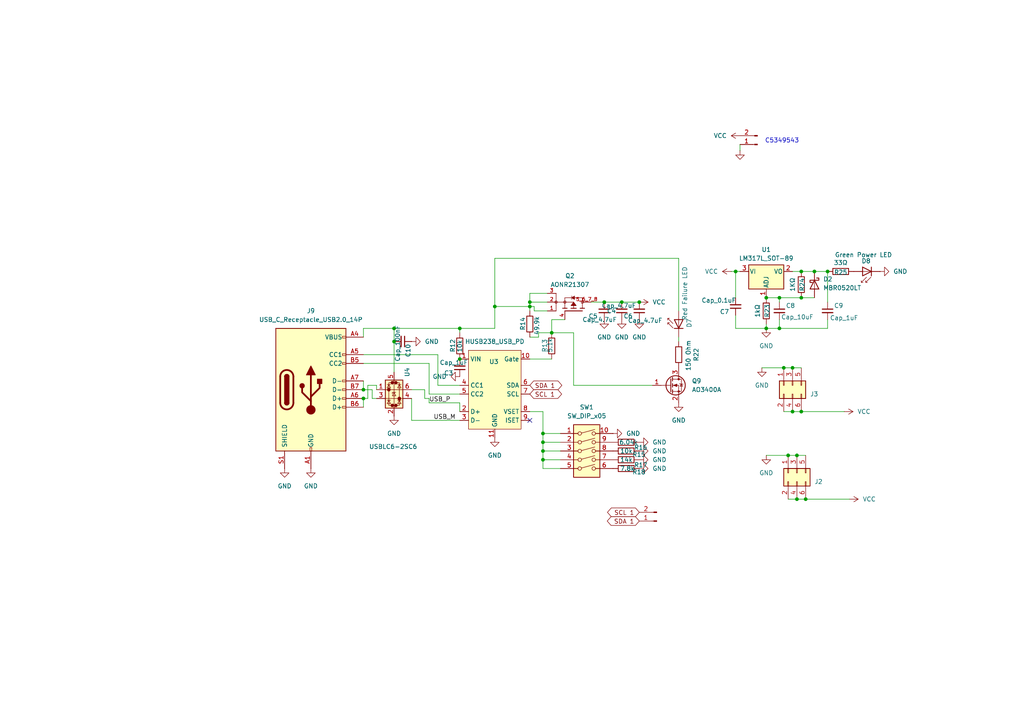
<source format=kicad_sch>
(kicad_sch (version 20250114) (generator "eeschema") (generator_version "9.0")
  (paper "A4")
  (lib_symbols
    (symbol "Connector:Conn_01x02_Pin" (pin_names (offset 1.016) (hide yes))
      (property "Reference" "J" (at 0 2.54 0))
      (property "Value" "Conn_01x02_Pin" (at 0 -5.08 0))
      (symbol "Conn_01x02_Pin_1_1"
        (rectangle (start 0.8636 0.127) (end 0 -0.127) (stroke (width 0.1524)) (fill (type outline)))
        (rectangle (start 0.8636 -2.413) (end 0 -2.667) (stroke (width 0.1524)) (fill (type outline)))
        (polyline (pts (xy 1.27 0) (xy 0.8636 0)) (stroke (width 0.1524)))
        (polyline (pts (xy 1.27 -2.54) (xy 0.8636 -2.54)) (stroke (width 0.1524)))
        (pin passive line (at 5.08 0 180) (length 3.81) (name "Pin_1") (number "1"))
        (pin passive line (at 5.08 -2.54 180) (length 3.81) (name "Pin_2") (number "2"))
      )
    )
    (symbol "Connector:USB_C_Receptacle_USB2.0_14P" (pin_names (offset 1.016))
      (property "Reference" "J" (at 0 22.225 0))
      (property "Value" "USB_C_Receptacle_USB2.0_14P" (at 0 19.685 0))
      (symbol "USB_C_Receptacle_USB2.0_14P_0_0"
        (rectangle (start -0.254 -17.78) (end 0.254 -16.764))
        (rectangle (start 10.16 15.494) (end 9.144 14.986))
        (rectangle (start 10.16 10.414) (end 9.144 9.906))
        (rectangle (start 10.16 7.874) (end 9.144 7.366))
        (rectangle (start 10.16 2.794) (end 9.144 2.286))
        (rectangle (start 10.16 0.254) (end 9.144 -0.254))
        (rectangle (start 10.16 -2.286) (end 9.144 -2.794))
        (rectangle (start 10.16 -4.826) (end 9.144 -5.334))
      )
      (symbol "USB_C_Receptacle_USB2.0_14P_0_1"
        (rectangle (start -10.16 17.78) (end 10.16 -17.78) (stroke (width 0.254)) (fill (type background)))
        (polyline (pts (xy -8.89 -3.81) (xy -8.89 3.81)) (stroke (width 0.508)))
        (rectangle (start -7.62 -3.81) (end -6.35 3.81) (stroke (width 0.254)) (fill (type outline)))
        (arc (start -7.62 3.81) (mid -6.985 4.4423) (end -6.35 3.81) (stroke (width 0.254)))
        (arc (start -7.62 3.81) (mid -6.985 4.4423) (end -6.35 3.81) (stroke (width 0.254)) (fill (type outline)))
        (arc (start -8.89 3.81) (mid -6.985 5.7067) (end -5.08 3.81) (stroke (width 0.508)))
        (arc (start -5.08 -3.81) (mid -6.985 -5.7067) (end -8.89 -3.81) (stroke (width 0.508)))
        (arc (start -6.35 -3.81) (mid -6.985 -4.4423) (end -7.62 -3.81) (stroke (width 0.254)))
        (arc (start -6.35 -3.81) (mid -6.985 -4.4423) (end -7.62 -3.81) (stroke (width 0.254)) (fill (type outline)))
        (polyline (pts (xy -5.08 3.81) (xy -5.08 -3.81)) (stroke (width 0.508)))
        (circle (center -2.54 1.143) (radius 0.635) (stroke (width 0.254)) (fill (type outline)))
        (polyline (pts (xy -1.27 4.318) (xy 0 6.858) (xy 1.27 4.318) (xy -1.27 4.318)) (stroke (width 0.254)) (fill (type outline)))
        (polyline (pts (xy 0 -2.032) (xy 2.54 0.508) (xy 2.54 1.778)) (stroke (width 0.508)))
        (polyline (pts (xy 0 -3.302) (xy -2.54 -0.762) (xy -2.54 0.508)) (stroke (width 0.508)))
        (polyline (pts (xy 0 -5.842) (xy 0 4.318)) (stroke (width 0.508)))
        (circle (center 0 -5.842) (radius 1.27) (fill (type outline)))
        (rectangle (start 1.905 1.778) (end 3.175 3.048) (stroke (width 0.254)) (fill (type outline)))
      )
      (symbol "USB_C_Receptacle_USB2.0_14P_1_1"
        (pin passive line (at -7.62 -22.86 90) (length 5.08) (name "SHIELD") (number "S1"))
        (pin passive line (at 0 -22.86 90) (length 5.08) (name "GND") (number "A1"))
        (pin passive line (at 0 -22.86 90) (length 5.08) (hide yes) (name "GND") (number "A12"))
        (pin passive line (at 0 -22.86 90) (length 5.08) (hide yes) (name "GND") (number "B1"))
        (pin passive line (at 0 -22.86 90) (length 5.08) (hide yes) (name "GND") (number "B12"))
        (pin passive line (at 15.24 15.24 180) (length 5.08) (name "VBUS") (number "A4"))
        (pin passive line (at 15.24 15.24 180) (length 5.08) (hide yes) (name "VBUS") (number "A9"))
        (pin passive line (at 15.24 15.24 180) (length 5.08) (hide yes) (name "VBUS") (number "B4"))
        (pin passive line (at 15.24 15.24 180) (length 5.08) (hide yes) (name "VBUS") (number "B9"))
        (pin bidirectional line (at 15.24 10.16 180) (length 5.08) (name "CC1") (number "A5"))
        (pin bidirectional line (at 15.24 7.62 180) (length 5.08) (name "CC2") (number "B5"))
        (pin bidirectional line (at 15.24 2.54 180) (length 5.08) (name "D-") (number "A7"))
        (pin bidirectional line (at 15.24 0 180) (length 5.08) (name "D-") (number "B7"))
        (pin bidirectional line (at 15.24 -2.54 180) (length 5.08) (name "D+") (number "A6"))
        (pin bidirectional line (at 15.24 -5.08 180) (length 5.08) (name "D+") (number "B6"))
      )
    )
    (symbol "Connector_Generic:Conn_02x03_Odd_Even" (pin_names (offset 1.016) (hide yes))
      (property "Reference" "J" (at 1.27 5.08 0))
      (property "Value" "Conn_02x03_Odd_Even" (at 1.27 -5.08 0))
      (symbol "Conn_02x03_Odd_Even_1_1"
        (rectangle (start -1.27 3.81) (end 3.81 -3.81) (stroke (width 0.254)) (fill (type background)))
        (rectangle (start -1.27 2.667) (end 0 2.413) (stroke (width 0.1524)))
        (rectangle (start -1.27 0.127) (end 0 -0.127) (stroke (width 0.1524)))
        (rectangle (start -1.27 -2.413) (end 0 -2.667) (stroke (width 0.1524)))
        (rectangle (start 3.81 2.667) (end 2.54 2.413) (stroke (width 0.1524)))
        (rectangle (start 3.81 0.127) (end 2.54 -0.127) (stroke (width 0.1524)))
        (rectangle (start 3.81 -2.413) (end 2.54 -2.667) (stroke (width 0.1524)))
        (pin passive line (at -5.08 2.54 0) (length 3.81) (name "Pin_1") (number "1"))
        (pin passive line (at -5.08 0 0) (length 3.81) (name "Pin_3") (number "3"))
        (pin passive line (at -5.08 -2.54 0) (length 3.81) (name "Pin_5") (number "5"))
        (pin passive line (at 7.62 2.54 180) (length 3.81) (name "Pin_2") (number "2"))
        (pin passive line (at 7.62 0 180) (length 3.81) (name "Pin_4") (number "4"))
        (pin passive line (at 7.62 -2.54 180) (length 3.81) (name "Pin_6") (number "6"))
      )
    )
    (symbol "Custom_Parts:LED" (pin_numbers (hide yes)) (pin_names (offset 1.016) (hide yes))
      (property "Reference" "D" (at 0.508 1.778 0))
      (property "Value" "LED" (at -1.016 -2.794 0))
      (symbol "LED_0_1"
        (polyline (pts (xy -2.54 1.27) (xy -2.54 -1.27)) (stroke (width 0.254)))
        (polyline (pts (xy -2.413 1.651) (xy -0.889 3.175) (xy -0.889 2.667) (xy -0.889 3.175) (xy -1.397 3.175)))
        (polyline (pts (xy -1.143 1.651) (xy 0.381 3.175) (xy 0.381 2.667)))
        (polyline (pts (xy 0 0) (xy -2.54 0)))
        (polyline (pts (xy 0 -1.27) (xy -2.54 0) (xy 0 1.27) (xy 0 -1.27)) (stroke (width 0.254)))
        (polyline (pts (xy 0.381 3.175) (xy -0.127 3.175)))
      )
      (symbol "LED_1_1"
        (pin passive line (at -5.08 0 0) (length 2.54) (name "K") (number "1"))
        (pin passive line (at 2.54 0 180) (length 2.54) (name "A") (number "2"))
      )
    )
    (symbol "Device:C_Small" (pin_numbers (hide yes)) (pin_names (offset 0.254) (hide yes))
      (property "Reference" "C" (at 0.254 1.778 0))
      (property "Value" "C_Small" (at 0.254 -2.032 0))
      (symbol "C_Small_0_1"
        (polyline (pts (xy -1.524 0.508) (xy 1.524 0.508)) (stroke (width 0.3048)))
        (polyline (pts (xy -1.524 -0.508) (xy 1.524 -0.508)) (stroke (width 0.3302)))
      )
      (symbol "C_Small_1_1"
        (pin passive line (at 0 2.54 270) (length 2.032) (name "~") (number "1"))
        (pin passive line (at 0 -2.54 90) (length 2.032) (name "~") (number "2"))
      )
    )
    (symbol "Diode:MBR0520LT" (pin_numbers (hide yes)) (pin_names (offset 1.016) (hide yes))
      (property "Reference" "D" (at 0 2.54 0))
      (property "Value" "MBR0520LT" (at 0 -2.54 0))
      (symbol "MBR0520LT_0_1"
        (polyline (pts (xy -1.905 0.635) (xy -1.905 1.27) (xy -1.27 1.27) (xy -1.27 -1.27) (xy -0.635 -1.27) (xy -0.635 -0.635)) (stroke (width 0.254)))
        (polyline (pts (xy 1.27 1.27) (xy 1.27 -1.27) (xy -1.27 0) (xy 1.27 1.27)) (stroke (width 0.254)))
        (polyline (pts (xy 1.27 0) (xy -1.27 0)))
      )
      (symbol "MBR0520LT_1_1"
        (pin passive line (at -3.81 0 0) (length 2.54) (name "K") (number "1"))
        (pin passive line (at 3.81 0 180) (length 2.54) (name "A") (number "2"))
      )
    )
    (symbol "New_Library:HUSB238"
      (property "Reference" "U" (at 2.032 5.334 0))
      (property "Value" "HUSB238_USB_PD" (at 0.254 12.954 0))
      (symbol "HUSB238_1_1"
        (rectangle (start -7.62 11.43) (end 7.62 -11.43) (fill (type background)))
        (pin power_in line (at -10.16 8.89 0) (length 2.54) (name "VIN") (number "1"))
        (pin input line (at -10.16 1.27 0) (length 2.54) (name "CC1") (number "4"))
        (pin input line (at -10.16 -1.27 0) (length 2.54) (name "CC2") (number "5"))
        (pin input line (at -10.16 -6.35 0) (length 2.54) (name "D+") (number "2"))
        (pin input line (at -10.16 -8.89 0) (length 2.54) (name "D-") (number "3"))
        (pin power_in line (at 0 -13.97 90) (length 2.54) (name "GND") (number "11"))
        (pin output line (at 10.16 8.89 180) (length 2.54) (name "Gate") (number "10"))
        (pin input line (at 10.16 1.27 180) (length 2.54) (name "SDA") (number "6"))
        (pin bidirectional line (at 10.16 -1.27 180) (length 2.54) (name "SCL") (number "7"))
        (pin input line (at 10.16 -6.35 180) (length 2.54) (name "VSET") (number "8"))
        (pin input line (at 10.16 -8.89 180) (length 2.54) (name "ISET") (number "9"))
      )
    )
    (symbol "PCM_SL_Resistors:1k"
      (property "Reference" "R" (at 0 5.08 0))
      (property "Value" "1k" (at 0 2.54 0))
      (symbol "1k_0_1"
        (rectangle (start -2.286 0.889) (end 2.286 -0.889) (stroke (width 0.24)))
      )
      (symbol "1k_1_1"
        (pin passive line (at -3.81 0 0) (length 1.5) (name "") (number "1"))
        (pin passive line (at 3.81 0 180) (length 1.5) (name "~") (number "2"))
      )
    )
    (symbol "PCM_SL_Resistors:4.7k"
      (property "Reference" "R" (at 0 5.08 0))
      (property "Value" "4.7k" (at 0 2.54 0))
      (symbol "4.7k_0_1"
        (rectangle (start -2.286 0.889) (end 2.286 -0.889) (stroke (width 0.24)))
      )
      (symbol "4.7k_1_1"
        (pin passive line (at -3.81 0 0) (length 1.5) (name "") (number "1"))
        (pin passive line (at 3.81 0 180) (length 1.5) (name "~") (number "2"))
      )
    )
    (symbol "Power_Protection:USBLC6-2SC6" (pin_names (hide yes))
      (property "Reference" "U" (at 0.635 5.715 0))
      (property "Value" "USBLC6-2SC6" (at 0.635 3.81 0))
      (symbol "USBLC6-2SC6_0_0"
        (circle (center -1.524 0) (radius 0.0001) (stroke (width 0.508)))
        (circle (center -0.508 2.032) (radius 0.0001) (stroke (width 0.508)))
        (circle (center -0.508 -4.572) (radius 0.0001) (stroke (width 0.508)))
        (circle (center 0.508 2.032) (radius 0.0001) (stroke (width 0.508)))
        (circle (center 0.508 -4.572) (radius 0.0001) (stroke (width 0.508)))
        (circle (center 1.524 -2.54) (radius 0.0001) (stroke (width 0.508)))
      )
      (symbol "USBLC6-2SC6_0_1"
        (polyline (pts (xy -2.54 0) (xy 2.54 0)))
        (polyline (pts (xy -2.54 -2.54) (xy 2.54 -2.54)))
        (polyline (pts (xy -2.032 0.508) (xy -1.016 0.508) (xy -1.524 1.524) (xy -2.032 0.508)))
        (polyline (pts (xy -2.032 -3.048) (xy -1.016 -3.048)))
        (polyline (pts (xy -1.016 1.524) (xy -2.032 1.524)))
        (polyline (pts (xy -1.016 -4.064) (xy -2.032 -4.064) (xy -1.524 -3.048) (xy -1.016 -4.064)))
        (polyline (pts (xy -0.508 -1.143) (xy -0.508 -0.762) (xy 0.508 -0.762)))
        (polyline (pts (xy 0 2.54) (xy -0.508 2.032) (xy 0.508 2.032) (xy 0 1.524) (xy 0 -4.064) (xy -0.508 -4.572) (xy 0.508 -4.572) (xy 0 -5.08)))
        (polyline (pts (xy 0.508 -1.778) (xy -0.508 -1.778) (xy 0 -0.762) (xy 0.508 -1.778)))
        (polyline (pts (xy 1.016 1.524) (xy 2.032 1.524)))
        (polyline (pts (xy 1.016 -3.048) (xy 2.032 -3.048)))
        (polyline (pts (xy 2.032 0.508) (xy 1.016 0.508) (xy 1.524 1.524) (xy 2.032 0.508)))
        (polyline (pts (xy 2.032 -4.064) (xy 1.016 -4.064) (xy 1.524 -3.048) (xy 2.032 -4.064)))
      )
      (symbol "USBLC6-2SC6_1_1"
        (rectangle (start -2.54 2.794) (end 2.54 -5.334) (stroke (width 0.254)) (fill (type background)))
        (polyline (pts (xy -0.508 2.032) (xy -1.524 2.032) (xy -1.524 -4.572) (xy -0.508 -4.572)))
        (polyline (pts (xy 0.508 -4.572) (xy 1.524 -4.572) (xy 1.524 2.032) (xy 0.508 2.032)))
        (pin passive line (at -5.08 0 0) (length 2.54) (name "I/O1") (number "1"))
        (pin passive line (at -5.08 -2.54 0) (length 2.54) (name "I/O2") (number "3"))
        (pin passive line (at 0 5.08 270) (length 2.54) (name "VBUS") (number "5"))
        (pin passive line (at 0 -7.62 90) (length 2.54) (name "GND") (number "2"))
        (pin passive line (at 5.08 0 180) (length 2.54) (name "I/O1") (number "6"))
        (pin passive line (at 5.08 -2.54 180) (length 2.54) (name "I/O2") (number "4"))
      )
    )
    (symbol "Regulator_Linear:LM317L_SOT-89" (pin_names (offset 0.254))
      (property "Reference" "U" (at -3.81 3.175 0))
      (property "Value" "LM317L_SOT-89" (at 0 3.175 0))
      (symbol "LM317L_SOT-89_0_1"
        (rectangle (start -5.08 1.905) (end 5.08 -5.08) (stroke (width 0.254)) (fill (type background)))
      )
      (symbol "LM317L_SOT-89_1_1"
        (pin power_in line (at -7.62 0 0) (length 2.54) (name "VI") (number "3"))
        (pin input line (at 0 -7.62 90) (length 2.54) (name "ADJ") (number "1"))
        (pin power_out line (at 7.62 0 180) (length 2.54) (name "VO") (number "2"))
      )
    )
    (symbol "Switch:SW_DIP_x05" (pin_names (offset 0) (hide yes))
      (property "Reference" "SW" (at 0 8.89 0))
      (property "Value" "SW_DIP_x05" (at 0 -8.89 0))
      (symbol "SW_DIP_x05_0_0"
        (circle (center -2.032 5.08) (radius 0.508))
        (circle (center -2.032 2.54) (radius 0.508))
        (circle (center -2.032 0) (radius 0.508))
        (circle (center -2.032 -2.54) (radius 0.508))
        (circle (center -2.032 -5.08) (radius 0.508))
        (polyline (pts (xy -1.524 5.207) (xy 2.3622 6.2484)))
        (polyline (pts (xy -1.524 2.667) (xy 2.3622 3.7084)))
        (polyline (pts (xy -1.524 0.127) (xy 2.3622 1.1684)))
        (polyline (pts (xy -1.524 -2.3876) (xy 2.3622 -1.3462)))
        (polyline (pts (xy -1.524 -4.9276) (xy 2.3622 -3.8862)))
        (circle (center 2.032 5.08) (radius 0.508))
        (circle (center 2.032 2.54) (radius 0.508))
        (circle (center 2.032 0) (radius 0.508))
        (circle (center 2.032 -2.54) (radius 0.508))
        (circle (center 2.032 -5.08) (radius 0.508))
      )
      (symbol "SW_DIP_x05_0_1"
        (rectangle (start -3.81 7.62) (end 3.81 -7.62) (stroke (width 0.254)) (fill (type background)))
      )
      (symbol "SW_DIP_x05_1_1"
        (pin passive line (at -7.62 5.08 0) (length 5.08) (name "~") (number "1"))
        (pin passive line (at -7.62 2.54 0) (length 5.08) (name "~") (number "2"))
        (pin passive line (at -7.62 0 0) (length 5.08) (name "~") (number "3"))
        (pin passive line (at -7.62 -2.54 0) (length 5.08) (name "~") (number "4"))
        (pin passive line (at -7.62 -5.08 0) (length 5.08) (name "~") (number "5"))
        (pin passive line (at 7.62 5.08 180) (length 5.08) (name "~") (number "10"))
        (pin passive line (at 7.62 2.54 180) (length 5.08) (name "~") (number "9"))
        (pin passive line (at 7.62 0 180) (length 5.08) (name "~") (number "8"))
        (pin passive line (at 7.62 -2.54 180) (length 5.08) (name "~") (number "7"))
        (pin passive line (at 7.62 -5.08 180) (length 5.08) (name "~") (number "6"))
      )
    )
    (symbol "Transistor_FET:AO3400A" (pin_names (hide yes))
      (property "Reference" "Q" (at 5.08 1.905 0))
      (property "Value" "AO3400A" (at 5.08 0 0))
      (symbol "AO3400A_0_1"
        (polyline (pts (xy 0.254 1.905) (xy 0.254 -1.905)) (stroke (width 0.254)))
        (polyline (pts (xy 0.254 0) (xy -2.54 0)))
        (polyline (pts (xy 0.762 2.286) (xy 0.762 1.27)) (stroke (width 0.254)))
        (polyline (pts (xy 0.762 0.508) (xy 0.762 -0.508)) (stroke (width 0.254)))
        (polyline (pts (xy 0.762 -1.27) (xy 0.762 -2.286)) (stroke (width 0.254)))
        (polyline (pts (xy 0.762 -1.778) (xy 3.302 -1.778) (xy 3.302 1.778) (xy 0.762 1.778)))
        (polyline (pts (xy 1.016 0) (xy 2.032 0.381) (xy 2.032 -0.381) (xy 1.016 0)) (fill (type outline)))
        (circle (center 1.651 0) (radius 2.794) (stroke (width 0.254)))
        (polyline (pts (xy 2.54 2.54) (xy 2.54 1.778)))
        (circle (center 2.54 1.778) (radius 0.254) (fill (type outline)))
        (circle (center 2.54 -1.778) (radius 0.254) (fill (type outline)))
        (polyline (pts (xy 2.54 -2.54) (xy 2.54 0) (xy 0.762 0)))
        (polyline (pts (xy 2.794 0.508) (xy 2.921 0.381) (xy 3.683 0.381) (xy 3.81 0.254)))
        (polyline (pts (xy 3.302 0.381) (xy 2.921 -0.254) (xy 3.683 -0.254) (xy 3.302 0.381)))
      )
      (symbol "AO3400A_1_1"
        (pin input line (at -5.08 0 0) (length 2.54) (name "G") (number "1"))
        (pin passive line (at 2.54 5.08 270) (length 2.54) (name "D") (number "3"))
        (pin passive line (at 2.54 -5.08 90) (length 2.54) (name "S") (number "2"))
      )
    )
    (symbol "mosfet:AONR21307" (pin_names (offset 1.016))
      (property "Reference" "Q" (at 5.08 0.381 0))
      (property "Value" "AONR21307" (at 5.08 -2.159 0))
      (symbol "AONR21307_0_0"
        (polyline (pts (xy 0 5.08) (xy 2.54 5.08)) (stroke (width 0.1524)))
        (polyline (pts (xy 0 -2.54) (xy 0 2.54)) (stroke (width 0.254)))
        (polyline (pts (xy 0.762 2.54) (xy 0.762 3.175)) (stroke (width 0.254)))
        (polyline (pts (xy 0.762 1.905) (xy 0.762 2.54)) (stroke (width 0.254)))
        (polyline (pts (xy 0.762 0) (xy 0.762 0.762)) (stroke (width 0.254)))
        (polyline (pts (xy 0.762 0) (xy 2.54 0)) (stroke (width 0.1524)))
        (polyline (pts (xy 0.762 -0.762) (xy 0.762 0)) (stroke (width 0.254)))
        (polyline (pts (xy 0.762 -2.54) (xy 0.762 -1.905)) (stroke (width 0.254)))
        (polyline (pts (xy 0.762 -2.54) (xy 3.81 -2.54)) (stroke (width 0.1524)))
        (polyline (pts (xy 0.762 -3.175) (xy 0.762 -2.54)) (stroke (width 0.254)))
        (polyline (pts (xy 2.54 5.08) (xy 2.54 2.54)) (stroke (width 0.1524)))
        (polyline (pts (xy 2.54 5.08) (xy 5.08 5.08)) (stroke (width 0.1524)))
        (circle (center 2.54 5.08) (radius 0.3592))
        (polyline (pts (xy 2.54 2.54) (xy 0.762 2.54)) (stroke (width 0.1524)))
        (polyline (pts (xy 2.54 2.54) (xy 3.81 2.54)) (stroke (width 0.1524)))
        (circle (center 2.54 2.54) (radius 0.3592))
        (polyline (pts (xy 2.54 0) (xy 2.54 2.54)) (stroke (width 0.1524)))
        (polyline (pts (xy 2.54 0) (xy 1.524 0.762) (xy 1.524 -0.762) (xy 2.54 0)) (stroke (width 0.1524)) (fill (type outline)))
        (circle (center 2.54 -2.54) (radius 0.3592))
        (polyline (pts (xy 3.302 0.508) (xy 3.81 0.508)) (stroke (width 0.1524)))
        (polyline (pts (xy 3.81 0.508) (xy 3.81 2.54)) (stroke (width 0.1524)))
        (polyline (pts (xy 3.81 0.508) (xy 4.318 0.508)) (stroke (width 0.1524)))
        (polyline (pts (xy 3.81 0.508) (xy 4.318 -0.254) (xy 3.302 -0.254) (xy 3.81 0.508)) (stroke (width 0.1524)) (fill (type outline)))
        (polyline (pts (xy 3.81 -2.54) (xy 3.81 0.508)) (stroke (width 0.1524)))
        (pin passive line (at -2.54 2.54 0) (length 2.54) (name "~") (number "4"))
        (pin passive line (at 0 7.62 270) (length 2.54) (name "~") (number "1"))
        (pin passive line (at 2.54 7.62 270) (length 2.54) (name "~") (number "2"))
        (pin passive line (at 2.54 -5.08 90) (length 2.54) (name "~") (number "5_6_7_8"))
        (pin passive line (at 5.08 7.62 270) (length 2.54) (name "~") (number "3"))
      )
    )
    (symbol "power:GND" (power) (pin_numbers (hide yes)) (pin_names (offset 0) (hide yes))
      (property "Value" "GND" (at 0 -3.81 0))
      (symbol "GND_0_1"
        (polyline (pts (xy 0 0) (xy 0 -1.27) (xy 1.27 -1.27) (xy 0 -2.54) (xy -1.27 -1.27) (xy 0 -1.27)))
      )
      (symbol "GND_1_1"
        (pin power_in line (at 0 0 270) (length 0) (name "~") (number "1"))
      )
    )
    (symbol "power:VCC" (power) (pin_numbers (hide yes)) (pin_names (offset 0) (hide yes))
      (property "Value" "VCC" (at 0 3.556 0))
      (symbol "VCC_0_1"
        (polyline (pts (xy -0.762 1.27) (xy 0 2.54)))
        (polyline (pts (xy 0 2.54) (xy 0.762 1.27)))
        (polyline (pts (xy 0 0) (xy 0 2.54)))
      )
      (symbol "VCC_1_1"
        (pin power_in line (at 0 0 90) (length 0) (name "~") (number "1"))
      )
    )
  )
  (text "C5349543\n" (at 226.822 40.894 0) (effects (font (size 1.27 1.27))))
  (junction (at 232.41 119.38))
  (junction (at 228.6 132.08))
  (junction (at 222.25 86.36))
  (junction (at 229.87 119.38))
  (junction (at 133.35 95.25))
  (junction (at 226.06 95.25))
  (junction (at 133.35 104.14))
  (junction (at 160.02 96.52))
  (junction (at 185.42 87.63))
  (junction (at 105.41 115.57))
  (junction (at 143.51 88.9))
  (junction (at 157.48 133.35))
  (junction (at 231.14 144.78))
  (junction (at 105.41 113.03))
  (junction (at 153.67 87.63))
  (junction (at 232.41 86.36))
  (junction (at 236.22 78.74))
  (junction (at 114.3 99.06))
  (junction (at 157.48 125.73))
  (junction (at 240.03 78.74))
  (junction (at 231.14 132.08))
  (junction (at 153.67 88.9))
  (junction (at 213.36 78.74))
  (junction (at 180.34 87.63))
  (junction (at 157.48 130.81))
  (junction (at 114.3 95.25))
  (junction (at 232.41 78.74))
  (junction (at 222.25 95.25))
  (junction (at 226.06 86.36))
  (junction (at 229.87 106.68))
  (junction (at 175.26 87.63))
  (junction (at 227.33 106.68))
  (junction (at 233.68 144.78))
  (junction (at 157.48 128.27))
  (no_connect (at 153.67 121.92))
  (wire (pts (xy 105.41 115.57) (xy 106.68 115.57)))
  (wire (pts (xy 119.38 121.92) (xy 133.35 121.92)))
  (wire (pts (xy 240.03 78.74) (xy 240.03 87.63)))
  (wire (pts (xy 106.68 111.76) (xy 109.22 111.76)))
  (wire (pts (xy 214.63 43.688) (xy 214.63 41.91)))
  (wire (pts (xy 157.48 130.81) (xy 162.56 130.81)))
  (wire (pts (xy 114.3 99.06) (xy 114.3 107.95)))
  (wire (pts (xy 156.21 97.79) (xy 156.21 96.52)))
  (wire (pts (xy 157.48 128.27) (xy 162.56 128.27)))
  (wire (pts (xy 109.22 111.76) (xy 109.22 113.03)))
  (wire (pts (xy 227.33 106.68) (xy 229.87 106.68)))
  (wire (pts (xy 153.67 87.63) (xy 158.75 87.63)))
  (wire (pts (xy 133.35 116.84) (xy 133.35 119.38)))
  (wire (pts (xy 227.33 119.38) (xy 229.87 119.38)))
  (wire (pts (xy 160.02 92.71) (xy 160.02 96.52)))
  (wire (pts (xy 231.14 144.78) (xy 233.68 144.78)))
  (wire (pts (xy 226.06 87.63) (xy 226.06 86.36)))
  (wire (pts (xy 133.35 96.52) (xy 133.35 95.25)))
  (wire (pts (xy 124.46 114.3) (xy 133.35 114.3)))
  (wire (pts (xy 105.41 110.49) (xy 105.41 113.03)))
  (wire (pts (xy 157.48 119.38) (xy 157.48 125.73)))
  (wire (pts (xy 163.83 92.71) (xy 160.02 92.71)))
  (wire (pts (xy 154.94 90.17) (xy 158.75 90.17)))
  (wire (pts (xy 157.48 128.27) (xy 157.48 130.81)))
  (wire (pts (xy 106.68 115.57) (xy 106.68 111.76)))
  (wire (pts (xy 119.38 113.03) (xy 123.19 113.03)))
  (wire (pts (xy 154.94 88.9) (xy 153.67 88.9)))
  (wire (pts (xy 166.37 111.76) (xy 189.23 111.76)))
  (wire (pts (xy 123.19 115.57) (xy 124.46 115.57)))
  (wire (pts (xy 233.68 144.78) (xy 246.38 144.78)))
  (wire (pts (xy 133.35 95.25) (xy 143.51 95.25)))
  (wire (pts (xy 213.36 78.74) (xy 214.63 78.74)))
  (wire (pts (xy 220.98 106.68) (xy 227.33 106.68)))
  (wire (pts (xy 123.19 113.03) (xy 123.19 115.57)))
  (wire (pts (xy 232.41 119.38) (xy 244.856 119.38)))
  (wire (pts (xy 156.21 96.52) (xy 160.02 96.52)))
  (wire (pts (xy 240.03 92.71) (xy 240.03 95.25)))
  (wire (pts (xy 213.36 78.74) (xy 213.36 86.36)))
  (wire (pts (xy 160.02 104.14) (xy 153.67 104.14)))
  (wire (pts (xy 157.48 135.89) (xy 162.56 135.89)))
  (wire (pts (xy 124.46 105.41) (xy 124.46 114.3)))
  (wire (pts (xy 166.37 96.52) (xy 166.37 111.76)))
  (wire (pts (xy 153.67 119.38) (xy 157.48 119.38)))
  (wire (pts (xy 105.41 95.25) (xy 114.3 95.25)))
  (wire (pts (xy 222.25 86.36) (xy 226.06 86.36)))
  (wire (pts (xy 153.67 87.63) (xy 153.67 88.9)))
  (wire (pts (xy 180.34 87.63) (xy 185.42 87.63)))
  (wire (pts (xy 196.85 97.79) (xy 196.85 99.06)))
  (wire (pts (xy 143.51 74.93) (xy 196.85 74.93)))
  (wire (pts (xy 105.41 113.03) (xy 107.95 113.03)))
  (wire (pts (xy 157.48 125.73) (xy 157.48 128.27)))
  (wire (pts (xy 105.41 115.57) (xy 105.41 118.11)))
  (wire (pts (xy 232.41 78.74) (xy 236.22 78.74)))
  (wire (pts (xy 171.45 87.63) (xy 175.26 87.63)))
  (wire (pts (xy 114.3 95.25) (xy 114.3 99.06)))
  (wire (pts (xy 157.48 130.81) (xy 157.48 133.35)))
  (wire (pts (xy 228.6 144.78) (xy 231.14 144.78)))
  (wire (pts (xy 143.51 88.9) (xy 143.51 74.93)))
  (wire (pts (xy 175.26 87.63) (xy 180.34 87.63)))
  (wire (pts (xy 236.22 78.74) (xy 240.03 78.74)))
  (wire (pts (xy 105.41 102.87) (xy 127 102.87)))
  (wire (pts (xy 153.67 85.09) (xy 153.67 87.63)))
  (wire (pts (xy 226.06 95.25) (xy 240.03 95.25)))
  (wire (pts (xy 124.46 116.84) (xy 133.35 116.84)))
  (wire (pts (xy 157.48 125.73) (xy 162.56 125.73)))
  (wire (pts (xy 107.95 115.57) (xy 109.22 115.57)))
  (wire (pts (xy 119.38 115.57) (xy 119.38 121.92)))
  (wire (pts (xy 160.02 96.52) (xy 166.37 96.52)))
  (wire (pts (xy 143.51 88.9) (xy 153.67 88.9)))
  (wire (pts (xy 222.25 95.25) (xy 222.25 93.98)))
  (wire (pts (xy 229.87 106.68) (xy 232.41 106.68)))
  (wire (pts (xy 229.87 119.38) (xy 232.41 119.38)))
  (wire (pts (xy 127 111.76) (xy 133.35 111.76)))
  (wire (pts (xy 105.41 97.79) (xy 105.41 95.25)))
  (wire (pts (xy 212.09 78.74) (xy 213.36 78.74)))
  (wire (pts (xy 105.41 105.41) (xy 124.46 105.41)))
  (wire (pts (xy 222.25 95.25) (xy 226.06 95.25)))
  (wire (pts (xy 157.48 133.35) (xy 157.48 135.89)))
  (wire (pts (xy 228.6 132.08) (xy 231.14 132.08)))
  (wire (pts (xy 153.67 90.17) (xy 153.67 88.9)))
  (wire (pts (xy 213.36 95.25) (xy 222.25 95.25)))
  (wire (pts (xy 127 102.87) (xy 127 111.76)))
  (wire (pts (xy 153.67 97.79) (xy 156.21 97.79)))
  (wire (pts (xy 226.06 92.71) (xy 226.06 95.25)))
  (wire (pts (xy 157.48 133.35) (xy 162.56 133.35)))
  (wire (pts (xy 213.36 91.44) (xy 213.36 95.25)))
  (wire (pts (xy 232.41 86.36) (xy 236.22 86.36)))
  (wire (pts (xy 143.51 95.25) (xy 143.51 88.9)))
  (wire (pts (xy 231.14 132.08) (xy 233.68 132.08)))
  (wire (pts (xy 196.85 74.93) (xy 196.85 90.17)))
  (wire (pts (xy 226.06 86.36) (xy 232.41 86.36)))
  (wire (pts (xy 114.3 95.25) (xy 133.35 95.25)))
  (wire (pts (xy 222.25 132.08) (xy 228.6 132.08)))
  (wire (pts (xy 124.46 115.57) (xy 124.46 116.84)))
  (wire (pts (xy 153.67 85.09) (xy 158.75 85.09)))
  (wire (pts (xy 229.87 78.74) (xy 232.41 78.74)))
  (wire (pts (xy 154.94 90.17) (xy 154.94 88.9)))
  (wire (pts (xy 107.95 113.03) (xy 107.95 115.57)))
  (label "USB_P" (at 124.46 116.84 0))
  (label "USB_M" (at 125.73 121.92 0))
  (global_label "SDA 1" (shape bidirectional) (at 185.42 151.13 180) (property "Intersheetrefs" "${INTERSHEET_REFS}" (effects (hide yes))))
  (global_label "SCL 1" (shape bidirectional) (at 153.67 114.3 0) (property "Intersheetrefs" "${INTERSHEET_REFS}" (effects (hide yes))))
  (global_label "SCL 1" (shape bidirectional) (at 185.42 148.59 180) (property "Intersheetrefs" "${INTERSHEET_REFS}" (effects (hide yes))))
  (global_label "SDA 1" (shape bidirectional) (at 153.67 111.76 0) (property "Intersheetrefs" "${INTERSHEET_REFS}" (effects (hide yes))))
  (symbol (lib_id "Custom_Parts:LED") (at 250.19 78.74 180) (unit 1)
    (property "Reference" "D8" (at 251.206 75.692 0))
    (property "Value" "Green Power LED" (at 250.444 73.914 0))
    (property "Footprint" "LED_SMD:LED_0603_1608Metric_Pad1.05x0.95mm_HandSolder" (effects (hide yes)))
    (property "Datasheet" "http://www.alliedelec.com/m/d/40788c34903a719969df15f1fbea1056.pdf" (effects (hide yes)))
    (property "Description" "940nm IR-LED, 5mm" (effects (hide yes)))
  )
  (symbol (lib_id "PCM_SL_Resistors:1k") (at 232.41 82.55 270) (unit 1)
    (property "Reference" "R24" (at 232.664 82.55 0))
    (property "Value" "1KΩ" (at 229.87 82.55 0))
    (property "Footprint" "Resistor_SMD:R_0402_1005Metric_Pad0.72x0.64mm_HandSolder" (effects (hide yes)))
    (property "Description" "1kΩ, 1/4W Resistor" (effects (hide yes)))
  )
  (symbol (lib_id "power:GND") (at 196.85 116.84 0) (unit 1)
    (property "Reference" "#PWR0131" (effects (hide yes)))
    (property "Value" "GND" (at 196.85 121.92 0))
    (property "Description" "Power symbol creates a global label with name \"GND\" , ground" (effects (hide yes)))
  )
  (symbol (lib_id "Regulator_Linear:LM317L_SOT-89") (at 222.25 78.74 0) (unit 1)
    (property "Reference" "U1" (at 222.25 72.39 0))
    (property "Value" "LM317L_SOT-89" (at 222.25 74.93 0))
    (property "Footprint" "Package_TO_SOT_SMD:SOT-89-3" (effects (hide yes)))
    (property "Datasheet" "http://www.ti.com/lit/ds/symlink/lm317l.pdf" (effects (hide yes)))
    (property "Description" "100mA 35V Adjustable Linear Regulator, SOT-89" (effects (hide yes)))
  )
  (symbol (lib_id "Power_Protection:USBLC6-2SC6") (at 114.3 113.03 0) (unit 1)
    (property "Reference" "U4" (at 118.11 107.95 90))
    (property "Value" "USBLC6-2SC6" (at 114.046 129.54 0))
    (property "Footprint" "Package_TO_SOT_SMD:SOT-23-6" (effects (hide yes)))
    (property "Datasheet" "https://www.st.com/resource/en/datasheet/usblc6-2.pdf" (effects (hide yes)))
    (property "Description" "Very low capacitance ESD protection diode, 2 data-line, SOT-23-6" (effects (hide yes)))
  )
  (symbol (lib_id "mosfet:AONR21307") (at 166.37 90.17 90) (unit 1)
    (property "Reference" "Q2" (at 165.3014 80.01 90))
    (property "Value" "AONR21307" (at 165.3014 82.55 90))
    (property "Footprint" "AONR21307:TRANS_AONR21307" (effects (hide yes)))
    (property "MF" "Alpha & Omega Semiconductor Inc." (effects (hide yes)))
    (property "MAXIMUM_PACKAGE_HEIGHT" "0.90 mm" (effects (hide yes)))
    (property "Package" "PowerVDFN-8 Alpha &amp; Omega Semiconductor Inc." (effects (hide yes)))
    (property "Price" "None" (effects (hide yes)))
    (property "Check_prices" "https://www.snapeda.com/parts/AONR21307/Alpha/view-part/?ref=eda" (effects (hide yes)))
    (property "STANDARD" "Manufacturer recommendations" (effects (hide yes)))
    (property "PARTREV" "1.1" (effects (hide yes)))
    (property "SnapEDA_Link" "https://www.snapeda.com/parts/AONR21307/Alpha/view-part/?ref=snap" (effects (hide yes)))
    (property "MP" "AONR21307" (effects (hide yes)))
    (property "Description_1" "P-Channel 30 V 24A (Tc) 5W (Ta), 28W (Tc) Surface Mount 8-DFN-EP (3x3)" (effects (hide yes)))
    (property "Availability" "In Stock" (effects (hide yes)))
    (property "MANUFACTURER" "Alpha and Omega Semiconductor Inc." (effects (hide yes)))
  )
  (symbol (lib_id "PCM_SL_Resistors:4.7k") (at 181.61 135.89 180) (unit 1)
    (property "Reference" "R18" (at 183.388 136.906 0) (effects (justify right)))
    (property "Value" "7.8k" (at 179.832 135.89 0) (effects (justify right)))
    (property "Footprint" "Resistor_SMD:R_0402_1005Metric_Pad0.72x0.64mm_HandSolder" (effects (hide yes)))
    (property "Description" "4.7kΩ, 1/4W Resistor" (effects (hide yes)))
  )
  (symbol (lib_id "power:GND") (at 90.17 135.89 0) (unit 1)
    (property "Reference" "#PWR0138" (effects (hide yes)))
    (property "Value" "GND" (at 90.17 140.97 0))
    (property "Description" "Power symbol creates a global label with name \"GND\" , ground" (effects (hide yes)))
  )
  (symbol (lib_id "power:GND") (at 185.42 92.71 0) (unit 1)
    (property "Reference" "#PWR0127" (effects (hide yes)))
    (property "Value" "GND" (at 185.42 97.79 0))
    (property "Description" "Power symbol creates a global label with name \"GND\" , ground" (effects (hide yes)))
  )
  (symbol (lib_id "power:VCC") (at 244.856 119.38 270) (unit 1)
    (property "Reference" "#PWR02" (effects (hide yes)))
    (property "Value" "VCC" (at 248.666 119.3799 90) (effects (justify left)))
    (property "Description" "Power symbol creates a global label with name \"VCC\"" (effects (hide yes)))
  )
  (symbol (lib_id "power:GND") (at 185.42 128.27 90) (unit 1)
    (property "Reference" "#PWR0132" (effects (hide yes)))
    (property "Value" "GND" (at 189.23 128.2699 90) (effects (justify right)))
    (property "Description" "Power symbol creates a global label with name \"GND\" , ground" (effects (hide yes)))
  )
  (symbol (lib_id "power:VCC") (at 212.09 78.74 90) (unit 1)
    (property "Reference" "#PWR04" (effects (hide yes)))
    (property "Value" "VCC" (at 208.28 78.7399 90) (effects (justify left)))
    (property "Description" "Power symbol creates a global label with name \"VCC\"" (effects (hide yes)))
  )
  (symbol (lib_id "PCM_SL_Resistors:4.7k") (at 181.61 128.27 180) (unit 1)
    (property "Reference" "R16" (at 183.896 129.794 0) (effects (justify right)))
    (property "Value" "6.04k" (at 179.578 128.27 0) (effects (justify right)))
    (property "Footprint" "Resistor_SMD:R_0402_1005Metric_Pad0.72x0.64mm_HandSolder" (effects (hide yes)))
    (property "Description" "4.7kΩ, 1/4W Resistor" (effects (hide yes)))
  )
  (symbol (lib_id "power:GND") (at 119.38 99.06 90) (unit 1)
    (property "Reference" "#PWR0140" (effects (hide yes)))
    (property "Value" "GND" (at 123.19 99.0599 90) (effects (justify right)))
    (property "Description" "Power symbol creates a global label with name \"GND\" , ground" (effects (hide yes)))
  )
  (symbol (lib_id "power:GND") (at 82.55 135.89 0) (unit 1)
    (property "Reference" "#PWR0139" (effects (hide yes)))
    (property "Value" "GND" (at 82.55 140.97 0))
    (property "Description" "Power symbol creates a global label with name \"GND\" , ground" (effects (hide yes)))
  )
  (symbol (lib_id "Switch:SW_DIP_x05") (at 170.18 130.81 0) (unit 1)
    (property "Reference" "SW1" (at 170.18 118.11 0))
    (property "Value" "SW_DIP_x05" (at 170.18 120.65 0))
    (property "Footprint" "Button_Switch_SMD:SW_DIP_SPSTx05_Slide_6.7x14.26mm_W8.61mm_P2.54mm_LowProfile" (effects (hide yes)))
    (property "Description" "5x DIP Switch, Single Pole Single Throw (SPST) switch, small symbol" (effects (hide yes)))
  )
  (symbol (lib_id "PCM_SL_Resistors:4.7k") (at 160.02 100.33 90) (unit 1)
    (property "Reference" "R13" (at 157.988 98.298 0) (effects (justify right)))
    (property "Value" "5.1k" (at 159.512 98.044 0) (effects (justify right)))
    (property "Footprint" "Resistor_SMD:R_0402_1005Metric_Pad0.72x0.64mm_HandSolder" (effects (hide yes)))
    (property "Description" "4.7kΩ, 1/4W Resistor" (effects (hide yes)))
  )
  (symbol (lib_id "power:VCC") (at 185.42 87.63 270) (unit 1)
    (property "Reference" "#PWR01" (effects (hide yes)))
    (property "Value" "VCC" (at 189.23 87.6299 90) (effects (justify left)))
    (property "Description" "Power symbol creates a global label with name \"VCC\"" (effects (hide yes)))
  )
  (symbol (lib_id "PCM_SL_Resistors:4.7k") (at 153.67 93.98 90) (unit 1)
    (property "Reference" "R14" (at 151.638 91.948 0) (effects (justify right)))
    (property "Value" "49.9k" (at 155.702 91.694 0) (effects (justify right)))
    (property "Footprint" "Resistor_SMD:R_0402_1005Metric_Pad0.72x0.64mm_HandSolder" (effects (hide yes)))
    (property "Description" "4.7kΩ, 1/4W Resistor" (effects (hide yes)))
  )
  (symbol (lib_id "power:GND") (at 175.26 92.71 0) (unit 1)
    (property "Reference" "#PWR0125" (effects (hide yes)))
    (property "Value" "GND" (at 175.26 97.79 0))
    (property "Description" "Power symbol creates a global label with name \"GND\" , ground" (effects (hide yes)))
  )
  (symbol (lib_id "Device:C_Small") (at 226.06 90.17 0) (unit 1)
    (property "Reference" "C8" (at 230.632 88.646 0) (effects (justify right)))
    (property "Value" "Cap_10uF" (at 235.966 91.948 0) (effects (justify right)))
    (property "Footprint" "Capacitor_SMD:C_0402_1005Metric_Pad0.74x0.62mm_HandSolder" (effects (hide yes)))
    (property "Description" "Unpolarized capacitor, small symbol" (effects (hide yes)))
  )
  (symbol (lib_id "PCM_SL_Resistors:4.7k") (at 181.61 130.81 180) (unit 1)
    (property "Reference" "R15" (at 183.388 131.826 0) (effects (justify right)))
    (property "Value" "10k" (at 179.832 130.81 0) (effects (justify right)))
    (property "Footprint" "Resistor_SMD:R_0402_1005Metric_Pad0.72x0.64mm_HandSolder" (effects (hide yes)))
    (property "Description" "4.7kΩ, 1/4W Resistor" (effects (hide yes)))
  )
  (symbol (lib_id "New_Library:HUSB238") (at 143.51 113.03 0) (unit 1)
    (property "Reference" "U3" (at 143.256 104.902 0))
    (property "Value" "HUSB238_USB_PD" (at 143.51 99.06 0))
    (property "Footprint" "Package_DFN_QFN:DFN-10-1EP_3x3mm_P0.5mm_EP1.55x2.48mm" (effects (hide yes)))
  )
  (symbol (lib_id "Connector:Conn_01x02_Pin") (at 190.5 151.13 180) (unit 1)
    (property "Reference" "N21" (effects (hide yes)))
    (property "Value" "Conn_01x02_Pin" (effects (hide yes)))
    (property "Footprint" "Connector_PinHeader_2.54mm:PinHeader_1x02_P2.54mm_Vertical" (effects (hide yes)))
    (property "Description" "Generic connector, single row, 01x02, script generated" (effects (hide yes)))
  )
  (symbol (lib_id "power:GND") (at 133.35 109.22 270) (unit 1)
    (property "Reference" "#PWR0124" (effects (hide yes)))
    (property "Value" "GND" (at 129.54 109.2199 90) (effects (justify right)))
    (property "Description" "Power symbol creates a global label with name \"GND\" , ground" (effects (hide yes)))
  )
  (symbol (lib_id "Device:C_Small") (at 180.34 90.17 180) (unit 1)
    (property "Reference" "C4" (at 176.022 90.17 0) (effects (justify right)))
    (property "Value" "Cap_4.7uF" (at 174.498 88.646 0) (effects (justify right)))
    (property "Footprint" "Capacitor_SMD:C_0402_1005Metric_Pad0.74x0.62mm_HandSolder" (effects (hide yes)))
    (property "Description" "Unpolarized capacitor, small symbol" (effects (hide yes)))
  )
  (symbol (lib_id "PCM_SL_Resistors:4.7k") (at 133.35 100.33 90) (unit 1)
    (property "Reference" "R12" (at 131.318 98.298 0) (effects (justify right)))
    (property "Value" "10k" (at 133.35 98.552 0) (effects (justify right)))
    (property "Footprint" "Resistor_SMD:R_0402_1005Metric_Pad0.72x0.64mm_HandSolder" (effects (hide yes)))
    (property "Description" "4.7kΩ, 1/4W Resistor" (effects (hide yes)))
  )
  (symbol (lib_id "Connector_Generic:Conn_02x03_Odd_Even") (at 229.87 111.76 90) (mirror x) (unit 1)
    (property "Reference" "J3" (at 234.95 114.3 90) (effects (justify right)))
    (property "Value" "Conn_02x02_Counter_Clockwise" (effects (hide yes)))
    (property "Footprint" "Connector_PinHeader_2.54mm:PinHeader_2x03_P2.54mm_Vertical_SMD" (effects (hide yes)))
  )
  (symbol (lib_id "power:VCC") (at 214.63 39.37 90) (unit 1)
    (property "Reference" "#PWR05" (effects (hide yes)))
    (property "Value" "VCC" (at 210.82 39.3699 90) (effects (justify left)))
    (property "Description" "Power symbol creates a global label with name \"VCC\"" (effects (hide yes)))
  )
  (symbol (lib_id "PCM_SL_Resistors:1k") (at 222.25 90.17 270) (unit 1)
    (property "Reference" "R23" (at 222.504 90.17 0))
    (property "Value" "1kΩ" (at 219.71 90.17 0))
    (property "Footprint" "Resistor_SMD:R_0402_1005Metric_Pad0.72x0.64mm_HandSolder" (effects (hide yes)))
    (property "Description" "1kΩ, 1/4W Resistor" (effects (hide yes)))
  )
  (symbol (lib_id "Device:C_Small") (at 175.26 90.17 180) (unit 1)
    (property "Reference" "C5" (at 170.688 91.694 0) (effects (justify right)))
    (property "Value" "Cap_4.7uF" (at 168.91 92.71 0) (effects (justify right)))
    (property "Footprint" "Capacitor_SMD:C_0402_1005Metric_Pad0.74x0.62mm_HandSolder" (effects (hide yes)))
    (property "Description" "Unpolarized capacitor, small symbol" (effects (hide yes)))
  )
  (symbol (lib_id "power:GND") (at 143.51 127 0) (unit 1)
    (property "Reference" "#PWR0129" (effects (hide yes)))
    (property "Value" "GND" (at 143.51 132.08 0))
    (property "Description" "Power symbol creates a global label with name \"GND\" , ground" (effects (hide yes)))
  )
  (symbol (lib_id "Device:C_Small") (at 133.35 106.68 180) (unit 1)
    (property "Reference" "C3" (at 128.778 108.204 0) (effects (justify right)))
    (property "Value" "Cap_1uF" (at 127.508 105.156 0) (effects (justify right)))
    (property "Footprint" "Capacitor_SMD:C_0402_1005Metric_Pad0.74x0.62mm_HandSolder" (effects (hide yes)))
    (property "Description" "Unpolarized capacitor, small symbol" (effects (hide yes)))
  )
  (symbol (lib_id "Device:C_Small") (at 240.03 90.17 0) (unit 1)
    (property "Reference" "C9" (at 244.602 88.646 0) (effects (justify right)))
    (property "Value" "Cap_1uF" (at 248.92 92.202 0) (effects (justify right)))
    (property "Footprint" "Capacitor_SMD:C_0402_1005Metric_Pad0.74x0.62mm_HandSolder" (effects (hide yes)))
    (property "Description" "Unpolarized capacitor, small symbol" (effects (hide yes)))
  )
  (symbol (lib_id "power:GND") (at 214.63 43.688 0) (mirror y) (unit 1)
    (property "Reference" "#PWR016" (effects (hide yes)))
    (property "Value" "GND" (effects (hide yes)))
  )
  (symbol (lib_id "PCM_SL_Resistors:1k") (at 243.84 78.74 180) (unit 1)
    (property "Reference" "R25" (at 243.84 78.994 0))
    (property "Value" "33Ω" (at 243.84 76.2 0))
    (property "Footprint" "Resistor_SMD:R_0402_1005Metric_Pad0.72x0.64mm_HandSolder" (effects (hide yes)))
    (property "Description" "1kΩ, 1/4W Resistor" (effects (hide yes)))
  )
  (symbol (lib_id "PCM_SL_Resistors:1k") (at 196.85 102.87 270) (unit 1)
    (property "Reference" "R22" (at 201.93 102.87 0))
    (property "Value" "150 Ohm" (at 199.644 103.124 0))
    (property "Footprint" "Resistor_SMD:R_0402_1005Metric_Pad0.72x0.64mm_HandSolder" (effects (hide yes)))
    (property "Description" "1kΩ, 1/4W Resistor" (effects (hide yes)))
  )
  (symbol (lib_id "Device:C_Small") (at 185.42 90.17 180) (unit 1)
    (property "Reference" "C6" (at 180.848 91.694 0) (effects (justify right)))
    (property "Value" "Cap_4.7uF" (at 182.118 92.964 0) (effects (justify right)))
    (property "Footprint" "Capacitor_SMD:C_0402_1005Metric_Pad0.74x0.62mm_HandSolder" (effects (hide yes)))
    (property "Description" "Unpolarized capacitor, small symbol" (effects (hide yes)))
  )
  (symbol (lib_id "Connector:Conn_01x02_Pin") (at 219.71 41.91 180) (unit 1)
    (property "Reference" "J4" (effects (hide yes)))
    (property "Value" "Conn_01x02_Pin" (effects (hide yes)))
    (property "Footprint" "TerminalBlock_TE-Connectivity:TerminalBlock_TE_282834-2_1x02_P2.54mm_Horizontal" (effects (hide yes)))
    (property "Description" "Generic connector, single row, 01x02, script generated" (effects (hide yes)))
  )
  (symbol (lib_id "power:GND") (at 222.25 95.25 0) (unit 1)
    (property "Reference" "#PWR0136" (effects (hide yes)))
    (property "Value" "GND" (at 222.25 100.33 0))
    (property "Description" "Power symbol creates a global label with name \"GND\" , ground" (effects (hide yes)))
  )
  (symbol (lib_id "power:GND") (at 220.98 106.68 0) (unit 1)
    (property "Reference" "#PWR011" (effects (hide yes)))
    (property "Value" "GND" (at 220.98 111.76 0))
  )
  (symbol (lib_id "PCM_SL_Resistors:4.7k") (at 181.61 133.35 180) (unit 1)
    (property "Reference" "R17" (at 183.896 134.874 0) (effects (justify right)))
    (property "Value" "14k" (at 179.832 133.35 0) (effects (justify right)))
    (property "Footprint" "Resistor_SMD:R_0402_1005Metric_Pad0.72x0.64mm_HandSolder" (effects (hide yes)))
    (property "Description" "4.7kΩ, 1/4W Resistor" (effects (hide yes)))
  )
  (symbol (lib_id "power:GND") (at 180.34 92.71 0) (unit 1)
    (property "Reference" "#PWR0126" (effects (hide yes)))
    (property "Value" "GND" (at 180.34 97.79 0))
    (property "Description" "Power symbol creates a global label with name \"GND\" , ground" (effects (hide yes)))
  )
  (symbol (lib_id "Connector_Generic:Conn_02x03_Odd_Even") (at 231.14 137.16 90) (mirror x) (unit 1)
    (property "Reference" "J2" (at 236.22 139.7 90) (effects (justify right)))
    (property "Value" "Conn_02x02_Counter_Clockwise" (effects (hide yes)))
    (property "Footprint" "Connector_PinHeader_2.54mm:PinHeader_2x03_P2.54mm_Vertical_SMD" (effects (hide yes)))
  )
  (symbol (lib_id "power:GND") (at 185.42 133.35 90) (unit 1)
    (property "Reference" "#PWR0133" (effects (hide yes)))
    (property "Value" "GND" (at 189.23 133.3499 90) (effects (justify right)))
    (property "Description" "Power symbol creates a global label with name \"GND\" , ground" (effects (hide yes)))
  )
  (symbol (lib_id "power:GND") (at 114.3 120.65 0) (unit 1)
    (property "Reference" "#PWR0130" (effects (hide yes)))
    (property "Value" "GND" (at 114.3 125.73 0))
    (property "Description" "Power symbol creates a global label with name \"GND\" , ground" (effects (hide yes)))
  )
  (symbol (lib_id "Diode:MBR0520LT") (at 236.22 82.55 270) (unit 1)
    (property "Reference" "D2" (at 238.76 80.9624 90) (effects (justify left)))
    (property "Value" "MBR0520LT" (at 238.76 83.5024 90) (effects (justify left)))
    (property "Footprint" "Diode_SMD:D_SOD-123" (effects (hide yes)))
    (property "Datasheet" "http://www.onsemi.com/pub_link/Collateral/MBR0520LT1-D.PDF" (effects (hide yes)))
    (property "Description" "20V 0.5A Schottky Power Rectifier Diode, SOD-123" (effects (hide yes)))
  )
  (symbol (lib_id "power:GND") (at 255.27 78.74 90) (unit 1)
    (property "Reference" "#PWR0137" (effects (hide yes)))
    (property "Value" "GND" (at 259.08 78.7399 90) (effects (justify right)))
    (property "Description" "Power symbol creates a global label with name \"GND\" , ground" (effects (hide yes)))
  )
  (symbol (lib_id "power:VCC") (at 246.38 144.78 270) (unit 1)
    (property "Reference" "#PWR03" (effects (hide yes)))
    (property "Value" "VCC" (at 250.19 144.7799 90) (effects (justify left)))
    (property "Description" "Power symbol creates a global label with name \"VCC\"" (effects (hide yes)))
  )
  (symbol (lib_id "Device:C_Small") (at 213.36 88.9 180) (unit 1)
    (property "Reference" "C7" (at 208.788 90.424 0) (effects (justify right)))
    (property "Value" "Cap_0.1uF" (at 203.454 87.122 0) (effects (justify right)))
    (property "Footprint" "Capacitor_SMD:C_0402_1005Metric_Pad0.74x0.62mm_HandSolder" (effects (hide yes)))
    (property "Description" "Unpolarized capacitor, small symbol" (effects (hide yes)))
  )
  (symbol (lib_id "Transistor_FET:AO3400A") (at 194.31 111.76 0) (unit 1)
    (property "Reference" "Q9" (at 200.66 110.4899 0) (effects (justify left)))
    (property "Value" "AO3400A" (at 200.66 113.0299 0) (effects (justify left)))
    (property "Footprint" "Package_TO_SOT_SMD:SOT-23" (effects (hide yes)))
    (property "Datasheet" "http://www.aosmd.com/pdfs/datasheet/AO3400A.pdf" (effects (hide yes)))
    (property "Description" "30V Vds, 5.7A Id, N-Channel MOSFET, SOT-23" (effects (hide yes)))
  )
  (symbol (lib_id "power:GND") (at 222.25 132.08 0) (unit 1)
    (property "Reference" "#PWR010" (effects (hide yes)))
    (property "Value" "GND" (at 222.25 137.16 0))
  )
  (symbol (lib_id "power:GND") (at 185.42 130.81 90) (unit 1)
    (property "Reference" "#PWR0128" (effects (hide yes)))
    (property "Value" "GND" (at 189.23 130.8099 90) (effects (justify right)))
    (property "Description" "Power symbol creates a global label with name \"GND\" , ground" (effects (hide yes)))
  )
  (symbol (lib_id "Connector:USB_C_Receptacle_USB2.0_14P") (at 90.17 113.03 0) (unit 1)
    (property "Reference" "J9" (at 90.17 90.17 0))
    (property "Value" "USB_C_Receptacle_USB2.0_14P" (at 90.17 92.71 0))
    (property "Footprint" "Connector_USB:USB_C_Receptacle_XKB_U262-16XN-4BVC11" (effects (hide yes)))
    (property "Datasheet" "https://www.usb.org/sites/default/files/documents/usb_type-c.zip" (effects (hide yes)))
    (property "Description" "USB 2.0-only 14P Type-C Receptacle connector" (effects (hide yes)))
  )
  (symbol (lib_id "Custom_Parts:LED") (at 196.85 92.71 90) (unit 1)
    (property "Reference" "D7" (at 199.898 93.726 0))
    (property "Value" "Red Failure LED" (at 198.628 85.09 0))
    (property "Footprint" "LED_SMD:LED_0603_1608Metric_Pad1.05x0.95mm_HandSolder" (effects (hide yes)))
    (property "Datasheet" "http://www.alliedelec.com/m/d/40788c34903a719969df15f1fbea1056.pdf" (effects (hide yes)))
    (property "Description" "940nm IR-LED, 5mm" (effects (hide yes)))
  )
  (symbol (lib_id "power:GND") (at 185.42 135.89 90) (unit 1)
    (property "Reference" "#PWR0134" (effects (hide yes)))
    (property "Value" "GND" (at 189.23 135.8899 90) (effects (justify right)))
    (property "Description" "Power symbol creates a global label with name \"GND\" , ground" (effects (hide yes)))
  )
  (symbol (lib_id "Device:C_Small") (at 116.84 99.06 270) (unit 1)
    (property "Reference" "C10" (at 118.364 103.632 0) (effects (justify right)))
    (property "Value" "Cap_100nF" (at 115.316 104.902 0) (effects (justify right)))
    (property "Footprint" "Capacitor_SMD:C_0402_1005Metric_Pad0.74x0.62mm_HandSolder" (effects (hide yes)))
    (property "Description" "Unpolarized capacitor, small symbol" (effects (hide yes)))
  )
  (symbol (lib_id "power:GND") (at 177.8 125.73 90) (unit 1)
    (property "Reference" "#PWR0135" (effects (hide yes)))
    (property "Value" "GND" (at 181.61 125.7299 90) (effects (justify right)))
    (property "Description" "Power symbol creates a global label with name \"GND\" , ground" (effects (hide yes)))
  )
)
</source>
